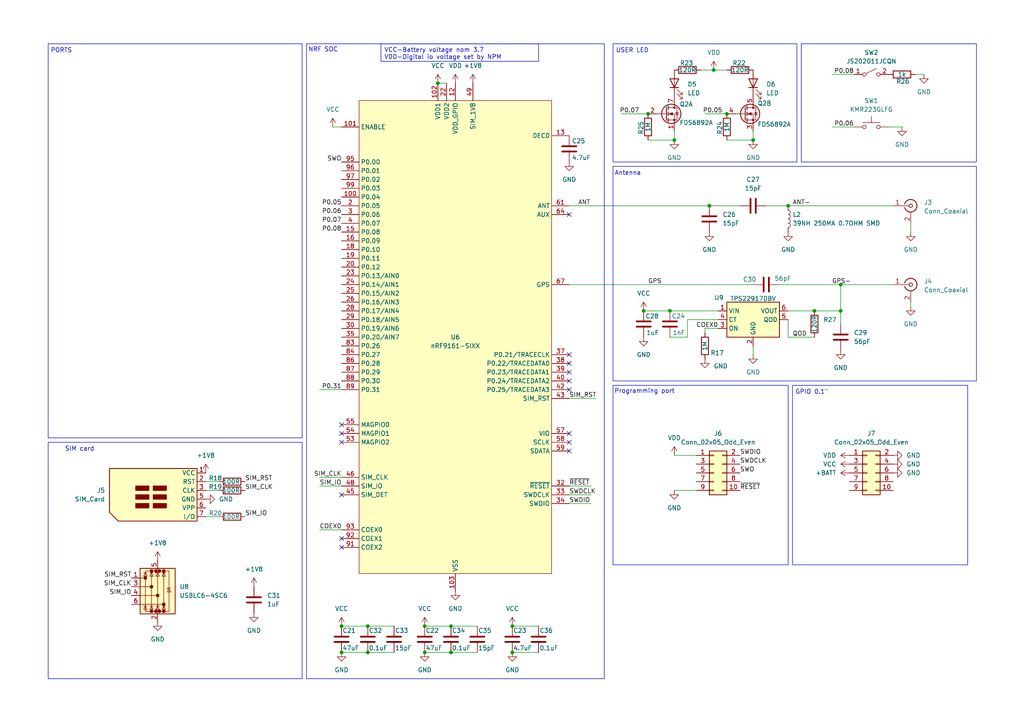
<source format=kicad_sch>
(kicad_sch (version 20231120) (generator "eeschema") (generator_version "8.0")
  (paper "A4")
  (lib_symbols
    (symbol "Connector:Conn_Coaxial" (pin_names (offset 1.016) hide)
      (property "Reference" "J" (at 0.254 3.048 0))
      (property "Value" "Conn_Coaxial" (at 2.921 0 90))
      (symbol "Conn_Coaxial_0_1"
        (arc (start -1.778 -0.508) (mid 0.2311 -1.8066) (end 1.778 0) (stroke (width 0.254)))
        (polyline (pts (xy -2.54 0) (xy -0.508 0)))
        (polyline (pts (xy 0 -2.54) (xy 0 -1.778)))
        (circle (center 0 0) (radius 0.508) (stroke (width 0.2032)))
        (arc (start 1.778 0) (mid 0.2099 1.8101) (end -1.778 0.508) (stroke (width 0.254)))
      )
      (symbol "Conn_Coaxial_1_1"
        (pin passive line (at -5.08 0 0) (length 2.54) (name "In") (number "1"))
        (pin passive line (at 0 -5.08 90) (length 2.54) (name "Ext") (number "2"))
      )
    )
    (symbol "Connector:SIM_Card"
      (property "Reference" "J" (at -2.54 12.7 0))
      (property "Value" "SIM_Card" (at -1.27 10.16 0))
      (symbol "SIM_Card_0_1"
        (rectangle (start -1.27 -2.54) (end 2.54 -1.27) (stroke (width 0.254)) (fill (type outline)))
        (rectangle (start -1.27 0) (end 2.54 1.27) (stroke (width 0.254)) (fill (type outline)))
        (rectangle (start -1.27 2.54) (end 2.54 3.81) (stroke (width 0.254)) (fill (type outline)))
        (polyline (pts (xy -10.16 8.89) (xy 15.24 8.89) (xy 15.24 -3.81) (xy 12.7 -6.35) (xy -10.16 -6.35) (xy -10.16 8.89)) (stroke (width 0.254)) (fill (type background)))
        (rectangle (start 3.81 -1.27) (end 7.62 -2.54) (stroke (width 0.254)) (fill (type outline)))
        (rectangle (start 3.81 0) (end 7.62 1.27) (stroke (width 0.254)) (fill (type outline)))
        (rectangle (start 3.81 2.54) (end 7.62 3.81) (stroke (width 0.254)) (fill (type outline)))
      )
      (symbol "SIM_Card_1_1"
        (pin power_in line (at -12.7 7.62 0) (length 2.54) (name "VCC") (number "1"))
        (pin input line (at -12.7 5.08 0) (length 2.54) (name "RST") (number "2"))
        (pin input line (at -12.7 2.54 0) (length 2.54) (name "CLK") (number "3"))
        (pin power_in line (at -12.7 0 0) (length 2.54) (name "GND") (number "5"))
        (pin input line (at -12.7 -2.54 0) (length 2.54) (name "VPP") (number "6"))
        (pin bidirectional line (at -12.7 -5.08 0) (length 2.54) (name "I/O") (number "7"))
      )
    )
    (symbol "Connector_Generic:Conn_02x05_Odd_Even" (pin_names (offset 1.016) hide)
      (property "Reference" "J" (at 1.27 7.62 0))
      (property "Value" "Conn_02x05_Odd_Even" (at 1.27 -7.62 0))
      (symbol "Conn_02x05_Odd_Even_1_1"
        (rectangle (start -1.27 -4.953) (end 0 -5.207) (stroke (width 0.1524)))
        (rectangle (start -1.27 -2.413) (end 0 -2.667) (stroke (width 0.1524)))
        (rectangle (start -1.27 0.127) (end 0 -0.127) (stroke (width 0.1524)))
        (rectangle (start -1.27 2.667) (end 0 2.413) (stroke (width 0.1524)))
        (rectangle (start -1.27 5.207) (end 0 4.953) (stroke (width 0.1524)))
        (rectangle (start -1.27 6.35) (end 3.81 -6.35) (stroke (width 0.254)) (fill (type background)))
        (rectangle (start 3.81 -4.953) (end 2.54 -5.207) (stroke (width 0.1524)))
        (rectangle (start 3.81 -2.413) (end 2.54 -2.667) (stroke (width 0.1524)))
        (rectangle (start 3.81 0.127) (end 2.54 -0.127) (stroke (width 0.1524)))
        (rectangle (start 3.81 2.667) (end 2.54 2.413) (stroke (width 0.1524)))
        (rectangle (start 3.81 5.207) (end 2.54 4.953) (stroke (width 0.1524)))
        (pin passive line (at -5.08 5.08 0) (length 3.81) (name "Pin_1") (number "1"))
        (pin passive line (at 7.62 -5.08 180) (length 3.81) (name "Pin_10") (number "10"))
        (pin passive line (at 7.62 5.08 180) (length 3.81) (name "Pin_2") (number "2"))
        (pin passive line (at -5.08 2.54 0) (length 3.81) (name "Pin_3") (number "3"))
        (pin passive line (at 7.62 2.54 180) (length 3.81) (name "Pin_4") (number "4"))
        (pin passive line (at -5.08 0 0) (length 3.81) (name "Pin_5") (number "5"))
        (pin passive line (at 7.62 0 180) (length 3.81) (name "Pin_6") (number "6"))
        (pin passive line (at -5.08 -2.54 0) (length 3.81) (name "Pin_7") (number "7"))
        (pin passive line (at 7.62 -2.54 180) (length 3.81) (name "Pin_8") (number "8"))
        (pin passive line (at -5.08 -5.08 0) (length 3.81) (name "Pin_9") (number "9"))
      )
    )
    (symbol "Device:C" (pin_numbers hide) (pin_names (offset 0.254))
      (property "Reference" "C" (at 0.635 2.54 0))
      (property "Value" "C" (at 0.635 -2.54 0))
      (symbol "C_0_1"
        (polyline (pts (xy -2.032 -0.762) (xy 2.032 -0.762)) (stroke (width 0.508)))
        (polyline (pts (xy -2.032 0.762) (xy 2.032 0.762)) (stroke (width 0.508)))
      )
      (symbol "C_1_1"
        (pin passive line (at 0 3.81 270) (length 2.794) (name "~") (number "1"))
        (pin passive line (at 0 -3.81 90) (length 2.794) (name "~") (number "2"))
      )
    )
    (symbol "Device:L" (pin_numbers hide) (pin_names (offset 1.016) hide)
      (property "Reference" "L" (at -1.27 0 90))
      (property "Value" "L" (at 1.905 0 90))
      (symbol "L_0_1"
        (arc (start 0 -2.54) (mid 0.6323 -1.905) (end 0 -1.27))
        (arc (start 0 -1.27) (mid 0.6323 -0.635) (end 0 0))
        (arc (start 0 0) (mid 0.6323 0.635) (end 0 1.27))
        (arc (start 0 1.27) (mid 0.6323 1.905) (end 0 2.54))
      )
      (symbol "L_1_1"
        (pin passive line (at 0 3.81 270) (length 1.27) (name "1") (number "1"))
        (pin passive line (at 0 -3.81 90) (length 1.27) (name "2") (number "2"))
      )
    )
    (symbol "Device:LED" (pin_numbers hide) (pin_names (offset 1.016) hide)
      (property "Reference" "D" (at 0 2.54 0))
      (property "Value" "LED" (at 0 -2.54 0))
      (symbol "LED_0_1"
        (polyline (pts (xy -1.27 -1.27) (xy -1.27 1.27)) (stroke (width 0.254)))
        (polyline (pts (xy -1.27 0) (xy 1.27 0)))
        (polyline (pts (xy 1.27 -1.27) (xy 1.27 1.27) (xy -1.27 0) (xy 1.27 -1.27)) (stroke (width 0.254)))
        (polyline (pts (xy -3.048 -0.762) (xy -4.572 -2.286) (xy -3.81 -2.286) (xy -4.572 -2.286) (xy -4.572 -1.524)))
        (polyline (pts (xy -1.778 -0.762) (xy -3.302 -2.286) (xy -2.54 -2.286) (xy -3.302 -2.286) (xy -3.302 -1.524)))
      )
      (symbol "LED_1_1"
        (pin passive line (at -3.81 0 0) (length 2.54) (name "K") (number "1"))
        (pin passive line (at 3.81 0 180) (length 2.54) (name "A") (number "2"))
      )
    )
    (symbol "Library:R" (pin_numbers hide) (pin_names (offset 0))
      (property "Reference" "R" (at 2.032 0 90))
      (property "Value" "R" (at 0 0 90))
      (symbol "R_0_1"
        (rectangle (start -1.016 -2.54) (end 1.016 2.54) (stroke (width 0.254)))
      )
      (symbol "R_1_1"
        (pin passive line (at 0 3.81 270) (length 1.27) (name "~") (number "1"))
        (pin passive line (at 0 -3.81 90) (length 1.27) (name "~") (number "2"))
      )
    )
    (symbol "PCM_nordic-lib-kicad-nrf9:nRF9161-SIXX"
      (property "Reference" "U" (at 0 0 0))
      (property "Value" "nRF9161-SIXX" (at 0 -2.54 0))
      (symbol "nRF9161-SIXX_0_0"
        (pin bidirectional line (at -33.02 40.64 0) (length 5.08) (name "P0.04") (number "100"))
        (pin unspecified line (at -33.02 60.96 0) (length 5.08) (name "ENABLE") (number "101"))
        (pin power_in line (at 0 -73.66 90) (length 5.08) (name "VSS") (number "103"))
        (pin power_in line (at 0 73.66 270) (length 5.08) (name "VDD_GPIO") (number "12"))
        (pin bidirectional line (at -33.02 30.48 0) (length 5.08) (name "P0.08") (number "15"))
        (pin bidirectional line (at -33.02 27.94 0) (length 5.08) (name "P0.09") (number "16"))
        (pin bidirectional line (at -33.02 25.4 0) (length 5.08) (name "P0.10") (number "18"))
        (pin bidirectional line (at -33.02 22.86 0) (length 5.08) (name "P0.11") (number "19"))
        (pin bidirectional line (at -33.02 38.1 0) (length 5.08) (name "P0.05") (number "2"))
        (pin bidirectional line (at -33.02 20.32 0) (length 5.08) (name "P0.12") (number "20"))
        (pin power_in line (at -2.54 73.66 270) (length 5.08) (name "VDD2") (number "22"))
        (pin bidirectional line (at -33.02 17.78 0) (length 5.08) (name "P0.13/AIN0") (number "23"))
        (pin bidirectional line (at -33.02 15.24 0) (length 5.08) (name "P0.14/AIN1") (number "24"))
        (pin bidirectional line (at -33.02 12.7 0) (length 5.08) (name "P0.15/AIN2") (number "25"))
        (pin bidirectional line (at -33.02 10.16 0) (length 5.08) (name "P0.16/AIN3") (number "26"))
        (pin bidirectional line (at -33.02 7.62 0) (length 5.08) (name "P0.17/AIN4") (number "28"))
        (pin bidirectional line (at -33.02 5.08 0) (length 5.08) (name "P0.18/AIN5") (number "29"))
        (pin bidirectional line (at -33.02 35.56 0) (length 5.08) (name "P0.06") (number "3"))
        (pin bidirectional line (at -33.02 2.54 0) (length 5.08) (name "P0.19/AIN6") (number "30"))
        (pin bidirectional line (at 33.02 -45.72 180) (length 5.08) (name "SWDCLK") (number "33"))
        (pin bidirectional line (at 33.02 -48.26 180) (length 5.08) (name "SWDIO") (number "34"))
        (pin bidirectional line (at -33.02 0 0) (length 5.08) (name "P0.20/AIN7") (number "35"))
        (pin bidirectional line (at 33.02 -5.08 180) (length 5.08) (name "P0.21/TRACECLK") (number "37"))
        (pin bidirectional line (at 33.02 -7.62 180) (length 5.08) (name "P0.22/TRACEDATA0") (number "38"))
        (pin bidirectional line (at 33.02 -10.16 180) (length 5.08) (name "P0.23/TRACEDATA1") (number "39"))
        (pin bidirectional line (at -33.02 33.02 0) (length 5.08) (name "P0.07") (number "4"))
        (pin bidirectional line (at 33.02 -12.7 180) (length 5.08) (name "P0.24/TRACEDATA2") (number "40"))
        (pin bidirectional line (at 33.02 -15.24 180) (length 5.08) (name "P0.25/TRACEDATA3") (number "42"))
        (pin bidirectional line (at 33.02 -17.78 180) (length 5.08) (name "SIM_RST") (number "43"))
        (pin bidirectional line (at -33.02 -45.72 0) (length 5.08) (name "SIM_DET") (number "45"))
        (pin bidirectional line (at -33.02 -40.64 0) (length 5.08) (name "SIM_CLK") (number "46"))
        (pin bidirectional line (at -33.02 -43.18 0) (length 5.08) (name "SIM_IO") (number "48"))
        (pin power_in line (at 5.08 73.66 270) (length 5.08) (name "SIM_1V8") (number "49"))
        (pin bidirectional line (at -33.02 -30.48 0) (length 5.08) (name "MAGPIO2") (number "53"))
        (pin bidirectional line (at -33.02 -27.94 0) (length 5.08) (name "MAGPIO1") (number "54"))
        (pin bidirectional line (at -33.02 -25.4 0) (length 5.08) (name "MAGPIO0") (number "55"))
        (pin bidirectional line (at 33.02 -27.94 180) (length 5.08) (name "VIO") (number "57"))
        (pin bidirectional line (at 33.02 -30.48 180) (length 5.08) (name "SCLK") (number "58"))
        (pin bidirectional line (at 33.02 -33.02 180) (length 5.08) (name "SDATA") (number "59"))
        (pin bidirectional line (at 33.02 38.1 180) (length 5.08) (name "ANT") (number "61"))
        (pin bidirectional line (at 33.02 35.56 180) (length 5.08) (name "AUX") (number "64"))
        (pin bidirectional line (at 33.02 15.24 180) (length 5.08) (name "GPS") (number "67"))
        (pin bidirectional line (at -33.02 -2.54 0) (length 5.08) (name "P0.26") (number "83"))
        (pin bidirectional line (at -33.02 -5.08 0) (length 5.08) (name "P0.27") (number "84"))
        (pin bidirectional line (at -33.02 -7.62 0) (length 5.08) (name "P0.28") (number "86"))
        (pin bidirectional line (at -33.02 -10.16 0) (length 5.08) (name "P0.29") (number "87"))
        (pin bidirectional line (at -33.02 -12.7 0) (length 5.08) (name "P0.30") (number "88"))
        (pin bidirectional line (at -33.02 -15.24 0) (length 5.08) (name "P0.31") (number "89"))
        (pin bidirectional line (at -33.02 -60.96 0) (length 5.08) (name "COEX2") (number "91"))
        (pin bidirectional line (at -33.02 -58.42 0) (length 5.08) (name "COEX1") (number "92"))
        (pin bidirectional line (at -33.02 -55.88 0) (length 5.08) (name "COEX0") (number "93"))
        (pin bidirectional line (at -33.02 50.8 0) (length 5.08) (name "P0.00") (number "95"))
        (pin bidirectional line (at -33.02 48.26 0) (length 5.08) (name "P0.01") (number "96"))
        (pin bidirectional line (at -33.02 45.72 0) (length 5.08) (name "P0.02") (number "97"))
        (pin bidirectional line (at -33.02 43.18 0) (length 5.08) (name "P0.03") (number "99"))
      )
      (symbol "nRF9161-SIXX_1_0"
        (pin passive line (at 0 -73.66 90) (length 5.08) hide (name "GND_Shield") (number "1"))
        (pin no_connect line (at 20.32 -71.12 90) (length 5.08) hide (name "Reserved") (number "10"))
        (pin power_in line (at -5.08 73.66 270) (length 5.08) (name "VDD1") (number "102"))
        (pin no_connect line (at 2.54 -71.12 90) (length 5.08) hide (name "Reserved") (number "104"))
        (pin no_connect line (at 30.48 -53.34 180) (length 5.08) hide (name "Reserved") (number "105"))
        (pin no_connect line (at -20.32 -71.12 90) (length 5.08) hide (name "Reserved") (number "106"))
        (pin no_connect line (at -15.24 -71.12 90) (length 5.08) hide (name "Reserved") (number "107"))
        (pin no_connect line (at -12.7 -71.12 90) (length 5.08) hide (name "Reserved") (number "108"))
        (pin no_connect line (at 22.86 -71.12 90) (length 5.08) hide (name "Reserved") (number "109"))
        (pin passive line (at 0 -73.66 90) (length 5.08) hide (name "GND_Shield") (number "11"))
        (pin no_connect line (at 15.24 -71.12 90) (length 5.08) hide (name "Reserved") (number "110"))
        (pin no_connect line (at 7.62 -71.12 90) (length 5.08) hide (name "Reserved") (number "111"))
        (pin no_connect line (at 30.48 -22.86 180) (length 5.08) hide (name "Reserved") (number "112"))
        (pin no_connect line (at 30.48 -50.8 180) (length 5.08) hide (name "Reserved") (number "113"))
        (pin no_connect line (at -22.86 -71.12 90) (length 5.08) hide (name "Reserved") (number "114"))
        (pin no_connect line (at -30.48 -50.8 0) (length 5.08) hide (name "Reserved") (number "115"))
        (pin no_connect line (at 30.48 -40.64 180) (length 5.08) hide (name "Reserved") (number "116"))
        (pin no_connect line (at -30.48 -48.26 0) (length 5.08) hide (name "Reserved") (number "117"))
        (pin no_connect line (at -17.78 -71.12 90) (length 5.08) hide (name "Reserved") (number "118"))
        (pin no_connect line (at -5.08 -71.12 90) (length 5.08) hide (name "Reserved") (number "119"))
        (pin no_connect line (at 25.4 -71.12 90) (length 5.08) hide (name "Reserved") (number "120"))
        (pin no_connect line (at 17.78 -71.12 90) (length 5.08) hide (name "Reserved") (number "121"))
        (pin no_connect line (at 5.08 -71.12 90) (length 5.08) hide (name "Reserved") (number "122"))
        (pin no_connect line (at 30.48 -35.56 180) (length 5.08) hide (name "Reserved") (number "123"))
        (pin no_connect line (at 30.48 -38.1 180) (length 5.08) hide (name "Reserved") (number "124"))
        (pin no_connect line (at -30.48 -53.34 0) (length 5.08) hide (name "Reserved") (number "125"))
        (pin no_connect line (at 30.48 -55.88 180) (length 5.08) hide (name "Reserved") (number "126"))
        (pin no_connect line (at -10.16 -71.12 90) (length 5.08) hide (name "Reserved") (number "127"))
        (pin passive line (at 33.02 58.42 180) (length 5.08) (name "DEC0") (number "13"))
        (pin passive line (at 0 -73.66 90) (length 5.08) hide (name "GND_Shield") (number "14"))
        (pin passive line (at 0 -73.66 90) (length 5.08) hide (name "GND_Shield") (number "17"))
        (pin passive line (at 0 -73.66 90) (length 5.08) hide (name "GND_Shield") (number "21"))
        (pin passive line (at 0 -73.66 90) (length 5.08) hide (name "GND_Shield") (number "27"))
        (pin passive line (at 0 -73.66 90) (length 5.08) hide (name "GND_Shield") (number "31"))
        (pin bidirectional line (at 33.02 -43.18 180) (length 5.08) (name "~{RESET}") (number "32"))
        (pin passive line (at 0 -73.66 90) (length 5.08) hide (name "GND_Shield") (number "36"))
        (pin passive line (at 0 -73.66 90) (length 5.08) hide (name "GND_Shield") (number "41"))
        (pin passive line (at 0 -73.66 90) (length 5.08) hide (name "GND_Shield") (number "44"))
        (pin passive line (at 0 -73.66 90) (length 5.08) hide (name "GND_Shield") (number "47"))
        (pin passive line (at 0 -73.66 90) (length 5.08) hide (name "GND_Shield") (number "5"))
        (pin passive line (at 0 -73.66 90) (length 5.08) hide (name "GND_Shield") (number "50"))
        (pin no_connect line (at 10.16 -71.12 90) (length 5.08) hide (name "Reserved") (number "51"))
        (pin passive line (at 0 -73.66 90) (length 5.08) hide (name "GND_Shield") (number "52"))
        (pin passive line (at 0 -73.66 90) (length 5.08) hide (name "GND_Shield") (number "56"))
        (pin passive line (at 0 -73.66 90) (length 5.08) hide (name "GND_Shield") (number "6"))
        (pin passive line (at 0 -73.66 90) (length 5.08) hide (name "GND_Shield") (number "60"))
        (pin passive line (at 0 -73.66 90) (length 5.08) hide (name "GND_Shield") (number "62"))
        (pin passive line (at 0 -73.66 90) (length 5.08) hide (name "GND_Shield") (number "63"))
        (pin passive line (at 0 -73.66 90) (length 5.08) hide (name "GND_Shield") (number "65"))
        (pin passive line (at 0 -73.66 90) (length 5.08) hide (name "GND_Shield") (number "66"))
        (pin passive line (at 0 -73.66 90) (length 5.08) hide (name "GND_Shield") (number "68"))
        (pin passive line (at 0 -73.66 90) (length 5.08) hide (name "GND_Shield") (number "69"))
        (pin passive line (at 0 -73.66 90) (length 5.08) hide (name "GND_Shield") (number "7"))
        (pin no_connect line (at -7.62 -71.12 90) (length 5.08) hide (name "Reserved") (number "70"))
        (pin no_connect line (at -2.54 -71.12 90) (length 5.08) hide (name "Reserved") (number "71"))
        (pin passive line (at 0 -73.66 90) (length 5.08) hide (name "GND_Shield") (number "72"))
        (pin no_connect line (at 12.7 -71.12 90) (length 5.08) hide (name "Reserved") (number "73"))
        (pin passive line (at 0 -73.66 90) (length 5.08) hide (name "GND_Shield") (number "74"))
        (pin passive line (at 0 -73.66 90) (length 5.08) hide (name "GND_Shield") (number "75"))
        (pin passive line (at 0 -73.66 90) (length 5.08) hide (name "GND_Shield") (number "76"))
        (pin passive line (at 0 -73.66 90) (length 5.08) hide (name "GND_Shield") (number "77"))
        (pin passive line (at 0 -73.66 90) (length 5.08) hide (name "GND_Shield") (number "78"))
        (pin passive line (at 0 -73.66 90) (length 5.08) hide (name "GND_Shield") (number "79"))
        (pin passive line (at 0 -73.66 90) (length 5.08) hide (name "GND_Shield") (number "8"))
        (pin passive line (at 0 -73.66 90) (length 5.08) hide (name "GND_Shield") (number "80"))
        (pin passive line (at 0 -73.66 90) (length 5.08) hide (name "GND_Shield") (number "81"))
        (pin passive line (at 0 -73.66 90) (length 5.08) hide (name "GND_Shield") (number "82"))
        (pin passive line (at 0 -73.66 90) (length 5.08) hide (name "GND_Shield") (number "85"))
        (pin passive line (at 0 -73.66 90) (length 5.08) hide (name "GND_Shield") (number "9"))
        (pin passive line (at 0 -73.66 90) (length 5.08) hide (name "GND_Shield") (number "90"))
        (pin passive line (at 0 -73.66 90) (length 5.08) hide (name "GND_Shield") (number "94"))
        (pin passive line (at 0 -73.66 90) (length 5.08) hide (name "GND_Shield") (number "98"))
      )
      (symbol "nRF9161-SIXX_1_1"
        (rectangle (start -27.94 68.58) (end 27.94 -68.58) (fill (type background)))
      )
    )
    (symbol "Power_Management:TPS22917DBV"
      (property "Reference" "U" (at -6.35 6.35 0))
      (property "Value" "TPS22917DBV" (at 2.54 6.35 0))
      (symbol "TPS22917DBV_0_1"
        (rectangle (start -7.62 5.08) (end 7.62 -5.08) (stroke (width 0.254)) (fill (type background)))
      )
      (symbol "TPS22917DBV_1_1"
        (pin power_in line (at -10.16 2.54 0) (length 2.54) (name "VIN") (number "1"))
        (pin power_in line (at 0 -7.62 90) (length 2.54) (name "GND") (number "2"))
        (pin input line (at -10.16 -2.54 0) (length 2.54) (name "ON") (number "3"))
        (pin output line (at -10.16 0 0) (length 2.54) (name "CT") (number "4"))
        (pin open_collector line (at 10.16 0 180) (length 2.54) (name "QOD") (number "5"))
        (pin power_out line (at 10.16 2.54 180) (length 2.54) (name "VOUT") (number "6"))
      )
    )
    (symbol "Power_Protection:USBLC6-4SC6" (pin_names hide)
      (property "Reference" "U" (at 1.27 9.525 0))
      (property "Value" "USBLC6-4SC6" (at 1.27 6.985 0))
      (symbol "USBLC6-4SC6_0_0"
        (circle (center -3.556 2.54) (radius 0.0001) (stroke (width 0.508)))
        (circle (center -1.778 -7.112) (radius 0.0001) (stroke (width 0.508)))
        (circle (center -1.778 0) (radius 0.0001) (stroke (width 0.508)))
        (circle (center -1.778 4.572) (radius 0.0001) (stroke (width 0.508)))
        (circle (center -0.508 -7.112) (radius 0.0001) (stroke (width 0.508)))
        (circle (center -0.508 4.572) (radius 0.0001) (stroke (width 0.508)))
        (circle (center 0 -2.54) (radius 0.0001) (stroke (width 0.508)))
        (circle (center 0.508 -7.112) (radius 0.0001) (stroke (width 0.508)))
        (circle (center 0.508 4.572) (radius 0.0001) (stroke (width 0.508)))
        (circle (center 1.778 -7.112) (radius 0.0001) (stroke (width 0.508)))
        (circle (center 1.778 -5.08) (radius 0.0001) (stroke (width 0.508)))
        (circle (center 1.778 4.572) (radius 0.0001) (stroke (width 0.508)))
      )
      (symbol "USBLC6-4SC6_0_1"
        (polyline (pts (xy -5.08 -5.08) (xy 1.778 -5.08)))
        (polyline (pts (xy -5.08 -2.54) (xy 0 -2.54)))
        (polyline (pts (xy -5.08 0) (xy -1.778 0)))
        (polyline (pts (xy -5.08 2.54) (xy -3.556 2.54)))
        (polyline (pts (xy -4.064 -5.588) (xy -3.048 -5.588)))
        (polyline (pts (xy -3.048 4.064) (xy -4.064 4.064)))
        (polyline (pts (xy -2.286 -5.588) (xy -1.27 -5.588)))
        (polyline (pts (xy -2.286 4.064) (xy -1.27 4.064)))
        (polyline (pts (xy -0.508 -5.588) (xy 0.508 -5.588)))
        (polyline (pts (xy 0 5.08) (xy 0.508 4.572)))
        (polyline (pts (xy 0.508 -7.112) (xy -0.508 -7.112)))
        (polyline (pts (xy 0.508 4.064) (xy -0.508 4.064)))
        (polyline (pts (xy 1.27 4.064) (xy 2.286 4.064)))
        (polyline (pts (xy 2.286 -5.588) (xy 1.27 -5.588)))
        (polyline (pts (xy 2.794 -0.762) (xy 2.794 -0.381) (xy 3.81 -0.381)))
        (polyline (pts (xy -4.064 3.048) (xy -3.048 3.048) (xy -3.556 4.064) (xy -4.064 3.048)))
        (polyline (pts (xy -3.048 -6.604) (xy -4.064 -6.604) (xy -3.556 -5.588) (xy -3.048 -6.604)))
        (polyline (pts (xy -1.27 -6.604) (xy -2.286 -6.604) (xy -1.778 -5.588) (xy -1.27 -6.604)))
        (polyline (pts (xy -1.27 3.048) (xy -2.286 3.048) (xy -1.778 4.064) (xy -1.27 3.048)))
        (polyline (pts (xy -0.508 -6.604) (xy 0.508 -6.604) (xy 0 -5.588) (xy -0.508 -6.604)))
        (polyline (pts (xy -0.508 3.048) (xy 0.508 3.048) (xy 0 4.064) (xy -0.508 3.048)))
        (polyline (pts (xy 1.27 -6.604) (xy 2.286 -6.604) (xy 1.778 -5.588) (xy 1.27 -6.604)))
        (polyline (pts (xy 1.778 4.572) (xy 3.302 4.572) (xy 3.302 -7.112) (xy 1.778 -7.112)))
        (polyline (pts (xy 2.286 3.048) (xy 1.27 3.048) (xy 1.778 4.064) (xy 2.286 3.048)))
        (polyline (pts (xy 3.81 -1.524) (xy 2.794 -1.524) (xy 3.302 -0.508) (xy 3.81 -1.524)))
      )
      (symbol "USBLC6-4SC6_1_1"
        (rectangle (start -5.08 5.334) (end 5.08 -7.874) (stroke (width 0.254)) (fill (type background)))
        (polyline (pts (xy -1.778 4.572) (xy -3.556 4.572) (xy -3.556 -7.112) (xy -1.778 -7.112)))
        (polyline (pts (xy -0.508 4.572) (xy 1.778 4.572) (xy 1.778 -7.112) (xy 0.508 -7.112)))
        (polyline (pts (xy 0.508 -7.112) (xy 0 -6.604) (xy 0 4.064) (xy -0.508 4.572)))
        (polyline (pts (xy 0 -7.62) (xy -0.508 -7.112) (xy -1.778 -7.112) (xy -1.778 4.572) (xy -0.508 4.572)))
        (pin passive line (at -7.62 2.54 0) (length 2.54) (name "I/O1") (number "1"))
        (pin passive line (at 0 -10.16 90) (length 2.54) (name "GND") (number "2"))
        (pin passive line (at -7.62 0 0) (length 2.54) (name "I/O2") (number "3"))
        (pin passive line (at -7.62 -2.54 0) (length 2.54) (name "I/O3") (number "4"))
        (pin passive line (at 0 7.62 270) (length 2.54) (name "VBUS") (number "5"))
        (pin passive line (at -7.62 -5.08 0) (length 2.54) (name "I/O4") (number "6"))
      )
    )
    (symbol "Switch:SW_Push" (pin_numbers hide) (pin_names (offset 1.016) hide)
      (property "Reference" "SW" (at 1.27 2.54 0))
      (property "Value" "SW_Push" (at 0 -1.524 0))
      (symbol "SW_Push_0_1"
        (circle (center -2.032 0) (radius 0.508))
        (polyline (pts (xy 0 1.27) (xy 0 3.048)))
        (polyline (pts (xy 2.54 1.27) (xy -2.54 1.27)))
        (circle (center 2.032 0) (radius 0.508))
        (pin passive line (at -5.08 0 0) (length 2.54) (name "1") (number "1"))
        (pin passive line (at 5.08 0 180) (length 2.54) (name "2") (number "2"))
      )
    )
    (symbol "Switch:SW_SPST" (pin_names (offset 0) hide)
      (property "Reference" "SW" (at 0 3.175 0))
      (property "Value" "SW_SPST" (at 0 -2.54 0))
      (symbol "SW_SPST_0_0"
        (circle (center -2.032 0) (radius 0.508))
        (polyline (pts (xy -1.524 0.254) (xy 1.524 1.778)))
        (circle (center 2.032 0) (radius 0.508))
      )
      (symbol "SW_SPST_1_1"
        (pin passive line (at -5.08 0 0) (length 2.54) (name "A") (number "1"))
        (pin passive line (at 5.08 0 180) (length 2.54) (name "B") (number "2"))
      )
    )
    (symbol "Transistor_FET:DMG9926USD" (pin_names hide)
      (property "Reference" "Q" (at 5.08 1.905 0))
      (property "Value" "FDS6892A" (at 5.08 0 0))
      (symbol "DMG9926USD_0_1"
        (polyline (pts (xy 0.254 0) (xy -2.54 0)))
        (polyline (pts (xy 0.254 1.905) (xy 0.254 -1.905)) (stroke (width 0.254)))
        (polyline (pts (xy 0.762 -1.27) (xy 0.762 -2.286)) (stroke (width 0.254)))
        (polyline (pts (xy 0.762 0.508) (xy 0.762 -0.508)) (stroke (width 0.254)))
        (polyline (pts (xy 0.762 2.286) (xy 0.762 1.27)) (stroke (width 0.254)))
        (polyline (pts (xy 2.54 2.54) (xy 2.54 1.778)))
        (polyline (pts (xy 2.54 -2.54) (xy 2.54 0) (xy 0.762 0)))
        (polyline (pts (xy 0.762 -1.778) (xy 3.302 -1.778) (xy 3.302 1.778) (xy 0.762 1.778)))
        (polyline (pts (xy 1.016 0) (xy 2.032 0.381) (xy 2.032 -0.381) (xy 1.016 0)) (fill (type outline)))
        (polyline (pts (xy 2.794 0.508) (xy 2.921 0.381) (xy 3.683 0.381) (xy 3.81 0.254)))
        (polyline (pts (xy 3.302 0.381) (xy 2.921 -0.254) (xy 3.683 -0.254) (xy 3.302 0.381)))
        (circle (center 1.651 0) (radius 2.794) (stroke (width 0.254)))
        (circle (center 2.54 -1.778) (radius 0.254) (fill (type outline)))
        (circle (center 2.54 1.778) (radius 0.254) (fill (type outline)))
      )
      (symbol "DMG9926USD_1_1"
        (pin passive line (at 2.54 -5.08 90) (length 2.54) (name "S1") (number "1"))
        (pin passive line (at -5.08 0 0) (length 2.54) (name "G1") (number "2"))
        (pin passive line (at 2.54 5.08 270) (length 2.54) (name "D1") (number "7"))
        (pin passive line (at 2.54 5.08 270) (length 2.54) hide (name "D1") (number "8"))
      )
      (symbol "DMG9926USD_2_1"
        (pin passive line (at 2.54 -5.08 90) (length 2.54) (name "S2") (number "3"))
        (pin passive line (at -5.08 0 0) (length 2.54) (name "G2") (number "4"))
        (pin passive line (at 2.54 5.08 270) (length 2.54) (name "D2") (number "5"))
        (pin passive line (at 2.54 5.08 270) (length 2.54) hide (name "D2") (number "6"))
      )
    )
    (symbol "power:+1V8" (power) (pin_numbers hide) (pin_names (offset 0) hide)
      (property "Value" "+1V8" (at 0 3.556 0))
      (symbol "+1V8_0_1"
        (polyline (pts (xy -0.762 1.27) (xy 0 2.54)))
        (polyline (pts (xy 0 0) (xy 0 2.54)))
        (polyline (pts (xy 0 2.54) (xy 0.762 1.27)))
      )
      (symbol "+1V8_1_1"
        (pin power_in line (at 0 0 90) (length 0) (name "~") (number "1"))
      )
    )
    (symbol "power:+BATT" (power) (pin_numbers hide) (pin_names (offset 0) hide)
      (property "Value" "+BATT" (at 0 3.556 0))
      (symbol "+BATT_0_1"
        (polyline (pts (xy -0.762 1.27) (xy 0 2.54)))
        (polyline (pts (xy 0 0) (xy 0 2.54)))
        (polyline (pts (xy 0 2.54) (xy 0.762 1.27)))
      )
      (symbol "+BATT_1_1"
        (pin power_in line (at 0 0 90) (length 0) (name "~") (number "1"))
      )
    )
    (symbol "power:GND" (power) (pin_numbers hide) (pin_names (offset 0) hide)
      (property "Value" "GND" (at 0 -3.81 0))
      (symbol "GND_0_1"
        (polyline (pts (xy 0 0) (xy 0 -1.27) (xy 1.27 -1.27) (xy 0 -2.54) (xy -1.27 -1.27) (xy 0 -1.27)))
      )
      (symbol "GND_1_1"
        (pin power_in line (at 0 0 270) (length 0) (name "~") (number "1"))
      )
    )
    (symbol "power:VCC" (power) (pin_numbers hide) (pin_names (offset 0) hide)
      (property "Value" "VCC" (at 0 3.556 0))
      (symbol "VCC_0_1"
        (polyline (pts (xy -0.762 1.27) (xy 0 2.54)))
        (polyline (pts (xy 0 0) (xy 0 2.54)))
        (polyline (pts (xy 0 2.54) (xy 0.762 1.27)))
      )
      (symbol "VCC_1_1"
        (pin power_in line (at 0 0 90) (length 0) (name "~") (number "1"))
      )
    )
    (symbol "power:VDD" (power) (pin_numbers hide) (pin_names (offset 0) hide)
      (property "Value" "VDD" (at 0 3.556 0))
      (symbol "VDD_0_1"
        (polyline (pts (xy -0.762 1.27) (xy 0 2.54)))
        (polyline (pts (xy 0 0) (xy 0 2.54)))
        (polyline (pts (xy 0 2.54) (xy 0.762 1.27)))
      )
      (symbol "VDD_1_1"
        (pin power_in line (at 0 0 90) (length 0) (name "~") (number "1"))
      )
    )
  )
  (junction (at 123.19 189.23))
  (junction (at 99.06 181.61))
  (junction (at 99.06 189.23))
  (junction (at 243.84 82.55))
  (junction (at 130.81 189.23))
  (junction (at 186.69 90.17))
  (junction (at 106.68 189.23))
  (junction (at 148.59 181.61))
  (junction (at 236.22 90.17))
  (junction (at 228.6 59.69))
  (junction (at 218.44 40.64))
  (junction (at 123.19 181.61))
  (junction (at 195.58 40.64))
  (junction (at 210.82 33.02))
  (junction (at 148.59 189.23))
  (junction (at 130.81 181.61))
  (junction (at 187.96 33.02))
  (junction (at 106.68 181.61))
  (junction (at 243.84 90.17))
  (junction (at 207.01 20.32))
  (junction (at 205.74 59.69))
  (junction (at 194.31 90.17))
  (junction (at 127 24.13))
  (no_connect (at 165.1 125.73))
  (no_connect (at 99.06 158.75))
  (no_connect (at 165.1 102.87))
  (no_connect (at 99.06 125.73))
  (no_connect (at 165.1 128.27))
  (no_connect (at 165.1 110.49))
  (no_connect (at 99.06 123.19))
  (no_connect (at 99.06 156.21))
  (no_connect (at 99.06 128.27))
  (no_connect (at 165.1 62.23))
  (no_connect (at 165.1 130.81))
  (no_connect (at 165.1 113.03))
  (no_connect (at 99.06 143.51))
  (no_connect (at 165.1 107.95))
  (no_connect (at 165.1 105.41))
  (wire (pts (xy 106.68 181.61) (xy 114.3 181.61)))
  (wire (pts (xy 187.96 40.64) (xy 195.58 40.64)))
  (wire (pts (xy 130.81 189.23) (xy 138.43 189.23)))
  (wire (pts (xy 148.59 189.23) (xy 156.21 189.23)))
  (wire (pts (xy 218.44 100.33) (xy 218.44 102.87)))
  (wire (pts (xy 180.34 33.02) (xy 187.96 33.02)))
  (wire (pts (xy 195.58 132.08) (xy 201.93 132.08)))
  (wire (pts (xy 267.97 21.59) (xy 265.43 21.59)))
  (wire (pts (xy 63.5 139.7) (xy 59.69 139.7)))
  (wire (pts (xy 264.16 64.77) (xy 264.16 67.31)))
  (wire (pts (xy 236.22 90.17) (xy 243.84 90.17)))
  (wire (pts (xy 264.16 87.63) (xy 264.16 88.9)))
  (wire (pts (xy 165.1 115.57) (xy 172.72 115.57)))
  (wire (pts (xy 165.1 146.05) (xy 171.45 146.05)))
  (wire (pts (xy 92.71 138.43) (xy 99.06 138.43)))
  (wire (pts (xy 130.81 181.61) (xy 138.43 181.61)))
  (wire (pts (xy 92.71 153.67) (xy 99.06 153.67)))
  (wire (pts (xy 261.62 36.83) (xy 257.81 36.83)))
  (wire (pts (xy 228.6 59.69) (xy 259.08 59.69)))
  (wire (pts (xy 148.59 181.61) (xy 156.21 181.61)))
  (wire (pts (xy 228.6 90.17) (xy 236.22 90.17)))
  (wire (pts (xy 63.5 142.24) (xy 59.69 142.24)))
  (wire (pts (xy 123.19 181.61) (xy 130.81 181.61)))
  (wire (pts (xy 226.06 82.55) (xy 243.84 82.55)))
  (wire (pts (xy 106.68 189.23) (xy 114.3 189.23)))
  (wire (pts (xy 210.82 40.64) (xy 218.44 40.64)))
  (wire (pts (xy 228.6 97.79) (xy 228.6 92.71)))
  (wire (pts (xy 222.25 59.69) (xy 228.6 59.69)))
  (wire (pts (xy 199.39 97.79) (xy 199.39 92.71)))
  (wire (pts (xy 218.44 40.64) (xy 218.44 38.1)))
  (wire (pts (xy 241.3 21.59) (xy 247.65 21.59)))
  (wire (pts (xy 195.58 40.64) (xy 195.58 38.1)))
  (wire (pts (xy 92.71 113.03) (xy 99.06 113.03)))
  (wire (pts (xy 241.3 36.83) (xy 247.65 36.83)))
  (wire (pts (xy 204.47 33.02) (xy 210.82 33.02)))
  (wire (pts (xy 259.08 82.55) (xy 243.84 82.55)))
  (wire (pts (xy 165.1 82.55) (xy 218.44 82.55)))
  (wire (pts (xy 205.74 59.69) (xy 214.63 59.69)))
  (wire (pts (xy 228.6 97.79) (xy 236.22 97.79)))
  (wire (pts (xy 186.69 90.17) (xy 194.31 90.17)))
  (wire (pts (xy 208.28 95.25) (xy 204.47 95.25)))
  (wire (pts (xy 99.06 181.61) (xy 106.68 181.61)))
  (wire (pts (xy 199.39 92.71) (xy 208.28 92.71)))
  (wire (pts (xy 243.84 82.55) (xy 243.84 90.17)))
  (wire (pts (xy 165.1 140.97) (xy 171.45 140.97)))
  (wire (pts (xy 195.58 142.24) (xy 201.93 142.24)))
  (wire (pts (xy 194.31 90.17) (xy 208.28 90.17)))
  (wire (pts (xy 165.1 59.69) (xy 205.74 59.69)))
  (wire (pts (xy 243.84 90.17) (xy 243.84 93.98)))
  (wire (pts (xy 96.52 36.83) (xy 99.06 36.83)))
  (wire (pts (xy 123.19 189.23) (xy 130.81 189.23)))
  (wire (pts (xy 204.47 95.25) (xy 204.47 96.52)))
  (wire (pts (xy 165.1 143.51) (xy 171.45 143.51)))
  (wire (pts (xy 92.71 140.97) (xy 99.06 140.97)))
  (wire (pts (xy 207.01 20.32) (xy 210.82 20.32)))
  (wire (pts (xy 203.2 20.32) (xy 207.01 20.32)))
  (wire (pts (xy 194.31 97.79) (xy 199.39 97.79)))
  (wire (pts (xy 127 24.13) (xy 129.54 24.13)))
  (wire (pts (xy 63.5 149.86) (xy 59.69 149.86)))
  (wire (pts (xy 99.06 189.23) (xy 106.68 189.23)))
  (rectangle (start 13.97 128.27) (end 87.63 196.85))
  (rectangle (start 88.9 12.7) (end 175.26 196.85))
  (rectangle (start 177.8 111.76) (end 228.6 163.83))
  (rectangle (start 229.87 111.76) (end 280.67 163.83))
  (rectangle (start 232.41 12.7) (end 283.21 46.99))
  (rectangle (start 177.8 48.26) (end 283.21 110.49))
  (rectangle (start 13.97 12.7) (end 87.63 127))
  (rectangle (start 177.8 12.7) (end 231.14 46.99))
  (text_box "VCC-Battery voltage nom 3.7\nVDD-Digital io voltage set by NPM" (at 110.49 12.7 0) (size 45.72 5.08) (effects (font (size 1.27 1.27)) (justify left top)))
  (text "Programming port\n" (at 186.944 113.538 0) (effects (font (size 1.27 1.27))))
  (text "NRF SOC" (at 93.726 14.478 0) (effects (font (size 1.27 1.27))))
  (text "USER LED" (at 183.388 14.732 0) (effects (font (size 1.27 1.27))))
  (text "PORTS" (at 17.78 14.732 0) (effects (font (size 1.27 1.27))))
  (text "SIM card" (at 23.114 130.302 0) (effects (font (size 1.27 1.27))))
  (text "Antenna" (at 182.118 50.292 0) (effects (font (size 1.27 1.27))))
  (text "GPIO 0.1\"" (at 235.458 113.792 0) (effects (font (size 1.27 1.27))))
  (label "GPS-" (at 241.3 82.55 0))
  (label "SIM_CLK" (at 38.1 170.18 180))
  (label "ANT" (at 167.64 59.69 0))
  (label "P0.08" (at 99.06 67.31 180))
  (label "~{RESET}" (at 165.1 140.97 0))
  (label "ANT-" (at 229.87 59.69 0))
  (label "SWO" (at 214.63 137.16 0))
  (label "SIM_RST" (at 165.1 115.57 0))
  (label "SIM_IO" (at 99.06 140.97 180))
  (label "P0.08" (at 247.65 21.59 180))
  (label "GPS" (at 187.96 82.55 0))
  (label "SWDCLK" (at 214.63 134.62 0))
  (label "~{RESET}" (at 214.63 142.24 0))
  (label "P0.31" (at 99.06 113.03 180))
  (label "SIM_IO" (at 38.1 172.72 180))
  (label "SWDIO" (at 214.63 132.08 0))
  (label "P0.07" (at 99.06 64.77 180))
  (label "SWO" (at 99.06 46.99 180))
  (label "QOD" (at 229.87 97.79 0))
  (label "P0.06" (at 99.06 62.23 180))
  (label "P0.07" (at 185.42 33.02 180))
  (label "SIM_RST" (at 38.1 167.64 180))
  (label "SWDCLK" (at 165.1 143.51 0))
  (label "SWDIO" (at 165.1 146.05 0))
  (label "COEX0" (at 208.28 95.25 180))
  (label "P0.06" (at 247.65 36.83 180))
  (label "SIM_CLK" (at 99.06 138.43 180))
  (label "SIM_RST" (at 71.12 139.7 0))
  (label "SIM_CLK" (at 71.12 142.24 0))
  (label "SIM_IO" (at 71.12 149.86 0))
  (label "COEX0" (at 99.06 153.67 180))
  (label "P0.05" (at 99.06 59.69 180))
  (label "P0.05" (at 209.55 33.02 180))
  (symbol (lib_id "power:GND") (at 259.08 134.62 90) (unit 1)
    (property "Reference" "#PWR091" (effects (hide yes)))
    (property "Value" "GND" (at 262.89 134.6199 90) (effects (justify right)))
    (property "Description" "Power symbol creates a global label with name \"GND\" , ground" (effects (hide yes)))
  )
  (symbol (lib_id "Device:C") (at 99.06 185.42 0) (unit 1)
    (property "Reference" "C21" (at 99.314 182.88 0) (effects (justify left)))
    (property "Value" "47uF" (at 99.314 187.96 0) (effects (justify left)))
    (property "Description" "Unpolarized capacitor" (effects (hide yes)))
  )
  (symbol (lib_id "Device:C") (at 165.1 43.18 0) (unit 1)
    (property "Reference" "C25" (at 165.862 40.894 0) (effects (justify left)))
    (property "Value" "4.7uF" (at 165.862 45.72 0) (effects (justify left)))
    (property "Description" "Unpolarized capacitor" (effects (hide yes)))
  )
  (symbol (lib_id "Transistor_FET:DMG9926USD") (at 215.9 33.02 0) (unit 2)
    (property "Reference" "Q2" (at 219.71 29.972 0) (effects (justify left)))
    (property "Value" "FDS6892A" (at 219.71 36.068 0) (effects (justify left)))
    (property "Footprint" "Package_SO:SOIC-8_3.9x4.9mm_P1.27mm" (effects (hide yes)))
    (property "Datasheet" "https://www.onsemi.com/pub/Collateral/FDS6892A-D.pdf" (effects (hide yes)))
    (property "Description" "4.8A Id, 20V Vds, Dual N-Channel MOSFET , 37mOhm Ron, SO-8" (effects (hide yes)))
  )
  (symbol (lib_id "Device:C") (at 114.3 185.42 0) (unit 1)
    (property "Reference" "C33" (at 114.554 182.88 0) (effects (justify left)))
    (property "Value" "15pF" (at 114.554 187.96 0) (effects (justify left)))
    (property "Description" "Unpolarized capacitor" (effects (hide yes)))
  )
  (symbol (lib_id "Power_Management:TPS22917DBV") (at 218.44 92.71 0) (unit 1)
    (property "Reference" "U9" (at 208.534 86.36 0))
    (property "Value" "TPS22917DBV" (at 218.44 86.614 0))
    (property "Footprint" "Package_TO_SOT_SMD:SOT-23-6" (effects (hide yes)))
    (property "Datasheet" "http://www.ti.com/lit/ds/symlink/tps22917.pdf" (effects (hide yes)))
    (property "Description" "1V to 5.5V, 2A, 80mΩ Ultra-Low Leakage Load Switch, SOT23-6" (effects (hide yes)))
  )
  (symbol (lib_id "power:+1V8") (at 137.16 24.13 0) (unit 1)
    (property "Reference" "#PWR054" (effects (hide yes)))
    (property "Value" "+1V8" (at 137.16 19.05 0))
    (property "Description" "Power symbol creates a global label with name \"+1V8\"" (effects (hide yes)))
  )
  (symbol (lib_id "Library:R") (at 67.31 149.86 90) (unit 1)
    (property "Reference" "R20" (at 62.484 148.844 90))
    (property "Value" "100R" (at 67.056 149.86 90))
    (property "Description" "Resistor" (effects (hide yes)))
  )
  (symbol (lib_id "power:GND") (at 123.19 189.23 0) (unit 1)
    (property "Reference" "#PWR060" (effects (hide yes)))
    (property "Value" "GND" (at 123.19 194.31 0))
    (property "Description" "Power symbol creates a global label with name \"GND\" , ground" (effects (hide yes)))
  )
  (symbol (lib_id "Library:R") (at 187.96 36.83 180) (unit 1)
    (property "Reference" "R25" (at 185.928 37.084 90))
    (property "Value" "1M" (at 187.96 36.83 90))
    (property "Description" "Resistor" (effects (hide yes)))
  )
  (symbol (lib_id "Device:C") (at 222.25 82.55 90) (unit 1)
    (property "Reference" "C30" (at 217.424 81.026 90))
    (property "Value" "56pF" (at 227.076 80.772 90))
    (property "Description" "Unpolarized capacitor" (effects (hide yes)))
  )
  (symbol (lib_id "Switch:SW_SPST") (at 252.73 21.59 0) (unit 1)
    (property "Reference" "SW2" (at 252.73 15.24 0))
    (property "Value" "JS202011JCQN" (at 252.73 17.78 0))
    (property "Footprint" "Button_Switch_SMD:SW_DIP_SPSTx01_Slide_6.7x4.1mm_W6.73mm_P2.54mm_LowProfile_JPin" (effects (hide yes)))
    (property "Description" "Single Pole Single Throw (SPST) switch" (effects (hide yes)))
  )
  (symbol (lib_id "Library:R") (at 261.62 21.59 270) (unit 1)
    (property "Reference" "R26" (at 261.874 23.622 90))
    (property "Value" "1k" (at 261.62 21.59 90))
    (property "Description" "Resistor" (effects (hide yes)))
  )
  (symbol (lib_id "Connector_Generic:Conn_02x05_Odd_Even") (at 207.01 137.16 0) (unit 1)
    (property "Reference" "J6" (at 208.28 125.73 0))
    (property "Value" "Conn_02x05_Odd_Even" (at 208.28 128.27 0))
    (property "Footprint" "Connector_PinHeader_1.27mm:PinHeader_2x05_P1.27mm_Vertical_SMD" (effects (hide yes)))
    (property "Description" "Generic connector, double row, 02x05, odd/even pin numbering scheme (row 1 odd numbers, row 2 even numbers), script generated (kicad-library-utils/schlib/autogen/connector/)" (effects (hide yes)))
  )
  (symbol (lib_id "power:GND") (at 259.08 132.08 90) (unit 1)
    (property "Reference" "#PWR090" (effects (hide yes)))
    (property "Value" "GND" (at 262.89 132.0799 90) (effects (justify right)))
    (property "Description" "Power symbol creates a global label with name \"GND\" , ground" (effects (hide yes)))
  )
  (symbol (lib_id "power:GND") (at 264.16 88.9 0) (unit 1)
    (property "Reference" "#PWR068" (effects (hide yes)))
    (property "Value" "GND" (at 264.16 93.98 0))
    (property "Description" "Power symbol creates a global label with name \"GND\" , ground" (effects (hide yes)))
  )
  (symbol (lib_id "Device:LED") (at 195.58 24.13 90) (unit 1)
    (property "Reference" "D5" (at 199.39 24.4474 90) (effects (justify right)))
    (property "Value" "LED" (at 199.39 26.9874 90) (effects (justify right)))
    (property "Description" "Light emitting diode" (effects (hide yes)))
  )
  (symbol (lib_id "power:GND") (at 259.08 137.16 90) (unit 1)
    (property "Reference" "#PWR093" (effects (hide yes)))
    (property "Value" "GND" (at 262.89 137.1599 90) (effects (justify right)))
    (property "Description" "Power symbol creates a global label with name \"GND\" , ground" (effects (hide yes)))
  )
  (symbol (lib_id "Power_Protection:USBLC6-4SC6") (at 45.72 170.18 0) (unit 1)
    (property "Reference" "U8" (at 52.07 170.1799 0) (effects (justify left)))
    (property "Value" "USBLC6-4SC6" (at 52.07 172.7199 0) (effects (justify left)))
    (property "Footprint" "Package_TO_SOT_SMD:SOT-23-6" (effects (hide yes)))
    (property "Datasheet" "https://www.st.com/resource/en/datasheet/usblc6-4.pdf" (effects (hide yes)))
    (property "Description" "Very low capacitance ESD protection diode, 4 data-line, SOT-23-6" (effects (hide yes)))
  )
  (symbol (lib_id "Transistor_FET:DMG9926USD") (at 193.04 33.02 0) (unit 1)
    (property "Reference" "Q2" (at 197.104 30.226 0) (effects (justify left)))
    (property "Value" "FDS6892A" (at 197.104 35.56 0) (effects (justify left)))
    (property "Footprint" "Package_SO:SOIC-8_3.9x4.9mm_P1.27mm" (effects (hide yes)))
    (property "Datasheet" "https://www.onsemi.com/pub/Collateral/FDS6892A-D.pdf" (effects (hide yes)))
    (property "Description" "4.8A Id, 20V Vds, Dual N-Channel MOSFET , 37mOhm Ron, SO-8" (effects (hide yes)))
  )
  (symbol (lib_id "power:GND") (at 99.06 189.23 0) (unit 1)
    (property "Reference" "#PWR058" (effects (hide yes)))
    (property "Value" "GND" (at 99.06 194.31 0))
    (property "Description" "Power symbol creates a global label with name \"GND\" , ground" (effects (hide yes)))
  )
  (symbol (lib_id "Connector:Conn_Coaxial") (at 264.16 82.55 0) (unit 1)
    (property "Reference" "J4" (at 267.97 81.5731 0) (effects (justify left)))
    (property "Value" "Conn_Coaxial" (at 267.97 84.1131 0) (effects (justify left)))
    (property "Footprint" "Connector_Coaxial:U.FL_Hirose_U.FL-R-SMT-1_Vertical" (effects (hide yes)))
    (property "Description" "coaxial connector (BNC, SMA, SMB, SMC, Cinch/RCA, LEMO, ...)" (effects (hide yes)))
  )
  (symbol (lib_id "power:GND") (at 218.44 40.64 0) (unit 1)
    (property "Reference" "#PWR065" (effects (hide yes)))
    (property "Value" "GND" (at 218.44 45.72 0))
    (property "Description" "Power symbol creates a global label with name \"GND\" , ground" (effects (hide yes)))
  )
  (symbol (lib_id "Library:R") (at 199.39 20.32 90) (unit 1)
    (property "Reference" "R23" (at 199.136 18.288 90))
    (property "Value" "120R" (at 199.39 20.32 90))
    (property "Description" "Resistor" (effects (hide yes)))
  )
  (symbol (lib_id "Device:C") (at 148.59 185.42 0) (unit 1)
    (property "Reference" "C23" (at 148.844 182.88 0) (effects (justify left)))
    (property "Value" "4.7uF" (at 148.844 187.96 0) (effects (justify left)))
    (property "Description" "Unpolarized capacitor" (effects (hide yes)))
  )
  (symbol (lib_id "Device:C") (at 186.69 93.98 0) (unit 1)
    (property "Reference" "C28" (at 187.198 91.694 0) (effects (justify left)))
    (property "Value" "1uF" (at 187.452 96.52 0) (effects (justify left)))
    (property "Description" "Unpolarized capacitor" (effects (hide yes)))
  )
  (symbol (lib_id "Device:LED") (at 218.44 24.13 90) (unit 1)
    (property "Reference" "D6" (at 222.25 24.4474 90) (effects (justify right)))
    (property "Value" "LED" (at 222.25 26.9874 90) (effects (justify right)))
    (property "Description" "Light emitting diode" (effects (hide yes)))
  )
  (symbol (lib_id "power:VCC") (at 96.52 36.83 0) (unit 1)
    (property "Reference" "#PWR076" (effects (hide yes)))
    (property "Value" "VCC" (at 96.52 31.75 0))
    (property "Description" "Power symbol creates a global label with name \"VCC\"" (effects (hide yes)))
  )
  (symbol (lib_id "power:GND") (at 204.47 104.14 0) (unit 1)
    (property "Reference" "#PWR073" (effects (hide yes)))
    (property "Value" "GND" (at 209.042 106.172 0))
    (property "Description" "Power symbol creates a global label with name \"GND\" , ground" (effects (hide yes)))
  )
  (symbol (lib_id "PCM_nordic-lib-kicad-nrf9:nRF9161-SIXX") (at 132.08 97.79 0) (unit 1)
    (property "Reference" "U6" (at 132.08 97.79 0))
    (property "Value" "nRF9161-SIXX" (at 132.08 100.33 0))
    (property "Footprint" "PCM_nordic-lib-kicad-nrf9:LGA_9161_16.0x10.5mm" (effects (hide yes)))
    (property "Datasheet" "https://infocenter.nordicsemi.com/topic/ps_nrf9161/nRF9161_html5_keyfeatures.html" (effects (hide yes)))
  )
  (symbol (lib_id "Device:C") (at 194.31 93.98 0) (unit 1)
    (property "Reference" "C24" (at 194.818 91.694 0) (effects (justify left)))
    (property "Value" "1nF" (at 195.072 96.52 0) (effects (justify left)))
    (property "Description" "Unpolarized capacitor" (effects (hide yes)))
  )
  (symbol (lib_id "power:GND") (at 73.66 177.8 0) (unit 1)
    (property "Reference" "#PWR082" (effects (hide yes)))
    (property "Value" "GND" (at 73.66 182.88 0))
    (property "Description" "Power symbol creates a global label with name \"GND\" , ground" (effects (hide yes)))
  )
  (symbol (lib_id "power:GND") (at 59.69 144.78 90) (unit 1)
    (property "Reference" "#PWR078" (effects (hide yes)))
    (property "Value" "GND" (at 63.5 144.7799 90) (effects (justify right)))
    (property "Description" "Power symbol creates a global label with name \"GND\" , ground" (effects (hide yes)))
  )
  (symbol (lib_id "power:GND") (at 264.16 67.31 0) (unit 1)
    (property "Reference" "#PWR067" (effects (hide yes)))
    (property "Value" "GND" (at 264.16 72.39 0))
    (property "Description" "Power symbol creates a global label with name \"GND\" , ground" (effects (hide yes)))
  )
  (symbol (lib_id "Connector:Conn_Coaxial") (at 264.16 59.69 0) (unit 1)
    (property "Reference" "J3" (at 267.97 58.7131 0) (effects (justify left)))
    (property "Value" "Conn_Coaxial" (at 267.97 61.2531 0) (effects (justify left)))
    (property "Footprint" "Connector_Coaxial:U.FL_Hirose_U.FL-R-SMT-1_Vertical" (effects (hide yes)))
    (property "Description" "coaxial connector (BNC, SMA, SMB, SMC, Cinch/RCA, LEMO, ...)" (effects (hide yes)))
  )
  (symbol (lib_id "power:+1V8") (at 73.66 170.18 0) (unit 1)
    (property "Reference" "#PWR081" (effects (hide yes)))
    (property "Value" "+1V8" (at 73.66 165.1 0))
    (property "Description" "Power symbol creates a global label with name \"+1V8\"" (effects (hide yes)))
  )
  (symbol (lib_id "Device:C") (at 243.84 97.79 0) (unit 1)
    (property "Reference" "C29" (at 247.65 96.5199 0) (effects (justify left)))
    (property "Value" "56pF" (at 247.65 99.0599 0) (effects (justify left)))
    (property "Description" "Unpolarized capacitor" (effects (hide yes)))
  )
  (symbol (lib_id "Library:R") (at 210.82 36.83 180) (unit 1)
    (property "Reference" "R24" (at 208.788 37.084 90))
    (property "Value" "1M" (at 210.82 36.83 90))
    (property "Description" "Resistor" (effects (hide yes)))
  )
  (symbol (lib_id "power:VCC") (at 99.06 181.61 0) (unit 1)
    (property "Reference" "#PWR057" (effects (hide yes)))
    (property "Value" "VCC" (at 99.06 176.53 0))
    (property "Description" "Power symbol creates a global label with name \"VCC\"" (effects (hide yes)))
  )
  (symbol (lib_id "Connector_Generic:Conn_02x05_Odd_Even") (at 251.46 137.16 0) (unit 1)
    (property "Reference" "J7" (at 252.73 125.73 0))
    (property "Value" "Conn_02x05_Odd_Even" (at 252.73 128.27 0))
    (property "Footprint" "Connector_PinHeader_2.54mm:PinHeader_2x05_P2.54mm_Vertical" (effects (hide yes)))
    (property "Description" "Generic connector, double row, 02x05, odd/even pin numbering scheme (row 1 odd numbers, row 2 even numbers), script generated (kicad-library-utils/schlib/autogen/connector/)" (effects (hide yes)))
  )
  (symbol (lib_id "power:VCC") (at 186.69 90.17 0) (unit 1)
    (property "Reference" "#PWR071" (effects (hide yes)))
    (property "Value" "VCC" (at 186.69 85.09 0))
    (property "Description" "Power symbol creates a global label with name \"VCC\"" (effects (hide yes)))
  )
  (symbol (lib_id "power:GND") (at 243.84 101.6 0) (unit 1)
    (property "Reference" "#PWR074" (effects (hide yes)))
    (property "Value" "GND" (at 243.84 106.68 0))
    (property "Description" "Power symbol creates a global label with name \"GND\" , ground" (effects (hide yes)))
  )
  (symbol (lib_id "power:GND") (at 195.58 40.64 0) (unit 1)
    (property "Reference" "#PWR064" (effects (hide yes)))
    (property "Value" "GND" (at 195.58 45.72 0))
    (property "Description" "Power symbol creates a global label with name \"GND\" , ground" (effects (hide yes)))
  )
  (symbol (lib_id "Library:R") (at 236.22 93.98 0) (unit 1)
    (property "Reference" "R27" (at 238.76 92.7099 0) (effects (justify left)))
    (property "Value" "120R" (at 236.22 96.52 90) (effects (justify left)))
    (property "Description" "Resistor" (effects (hide yes)))
  )
  (symbol (lib_id "power:VDD") (at 195.58 132.08 0) (unit 1)
    (property "Reference" "#PWR083" (effects (hide yes)))
    (property "Value" "VDD" (at 195.58 127 0))
    (property "Description" "Power symbol creates a global label with name \"VDD\"" (effects (hide yes)))
  )
  (symbol (lib_id "power:GND") (at 132.08 171.45 0) (unit 1)
    (property "Reference" "#PWR061" (effects (hide yes)))
    (property "Value" "GND" (at 132.08 176.53 0))
    (property "Description" "Power symbol creates a global label with name \"GND\" , ground" (effects (hide yes)))
  )
  (symbol (lib_id "Library:R") (at 67.31 139.7 90) (unit 1)
    (property "Reference" "R18" (at 62.484 138.684 90))
    (property "Value" "100R" (at 67.056 139.7 90))
    (property "Description" "Resistor" (effects (hide yes)))
  )
  (symbol (lib_id "power:VCC") (at 127 24.13 0) (unit 1)
    (property "Reference" "#PWR056" (effects (hide yes)))
    (property "Value" "VCC" (at 127 19.05 0))
    (property "Description" "Power symbol creates a global label with name \"VCC\"" (effects (hide yes)))
  )
  (symbol (lib_id "power:+1V8") (at 59.69 137.16 0) (unit 1)
    (property "Reference" "#PWR077" (effects (hide yes)))
    (property "Value" "+1V8" (at 59.69 132.08 0))
    (property "Description" "Power symbol creates a global label with name \"+1V8\"" (effects (hide yes)))
  )
  (symbol (lib_id "power:+BATT") (at 246.38 137.16 90) (unit 1)
    (property "Reference" "#PWR092" (effects (hide yes)))
    (property "Value" "+BATT" (at 242.57 137.1599 90) (effects (justify left)))
    (property "Description" "Power symbol creates a global label with name \"+BATT\"" (effects (hide yes)))
  )
  (symbol (lib_id "Device:C") (at 218.44 59.69 90) (unit 1)
    (property "Reference" "C27" (at 218.44 52.07 90))
    (property "Value" "15pF" (at 218.44 54.61 90))
    (property "Description" "Unpolarized capacitor" (effects (hide yes)))
  )
  (symbol (lib_id "power:GND") (at 218.44 102.87 0) (unit 1)
    (property "Reference" "#PWR075" (effects (hide yes)))
    (property "Value" "GND" (at 218.44 107.95 0))
    (property "Description" "Power symbol creates a global label with name \"GND\" , ground" (effects (hide yes)))
  )
  (symbol (lib_id "Connector:SIM_Card") (at 46.99 144.78 0) (mirror y) (unit 1)
    (property "Reference" "J5" (at 30.48 142.2399 0) (effects (justify left)))
    (property "Value" "SIM_Card" (at 30.48 144.7799 0) (effects (justify left)))
    (property "Footprint" "Connector_Card:microSIM_JAE_SF53S006VCBR2000" (effects (hide yes)))
    (property "Datasheet" "https://no.mouser.com/datasheet/2/206/JAEI_S_A0000999745_1-2550871.pdf" (effects (hide yes)))
    (property "Description" "SIM Card" (effects (hide yes)))
  )
  (symbol (lib_id "power:GND") (at 267.97 21.59 0) (unit 1)
    (property "Reference" "#PWR088" (effects (hide yes)))
    (property "Value" "GND" (at 267.97 26.67 0))
    (property "Description" "Power symbol creates a global label with name \"GND\" , ground" (effects (hide yes)))
  )
  (symbol (lib_id "power:GND") (at 205.74 67.31 0) (unit 1)
    (property "Reference" "#PWR069" (effects (hide yes)))
    (property "Value" "GND" (at 205.74 72.39 0))
    (property "Description" "Power symbol creates a global label with name \"GND\" , ground" (effects (hide yes)))
  )
  (symbol (lib_id "Device:C") (at 205.74 63.5 0) (unit 1)
    (property "Reference" "C26" (at 209.55 62.2299 0) (effects (justify left)))
    (property "Value" "15pF" (at 209.55 64.7699 0) (effects (justify left)))
    (property "Description" "Unpolarized capacitor" (effects (hide yes)))
  )
  (symbol (lib_id "Switch:SW_Push") (at 252.73 36.83 0) (unit 1)
    (property "Reference" "SW1" (at 252.73 29.21 0))
    (property "Value" "KMR223GLFG" (at 252.73 31.75 0))
    (property "Footprint" "Button_Switch_SMD:SW_Push_1P1T_NO_CK_KMR2" (effects (hide yes)))
    (property "Description" "Push button switch, generic, two pins" (effects (hide yes)))
  )
  (symbol (lib_id "power:GND") (at 261.62 36.83 0) (unit 1)
    (property "Reference" "#PWR087" (effects (hide yes)))
    (property "Value" "GND" (at 261.62 41.91 0))
    (property "Description" "Power symbol creates a global label with name \"GND\" , ground" (effects (hide yes)))
  )
  (symbol (lib_id "Device:C") (at 130.81 185.42 0) (unit 1)
    (property "Reference" "C34" (at 131.064 182.88 0) (effects (justify left)))
    (property "Value" "0.1uF" (at 131.064 187.96 0) (effects (justify left)))
    (property "Description" "Unpolarized capacitor" (effects (hide yes)))
  )
  (symbol (lib_id "Library:R") (at 67.31 142.24 90) (unit 1)
    (property "Reference" "R19" (at 62.484 141.224 90))
    (property "Value" "100R" (at 67.056 142.24 90))
    (property "Description" "Resistor" (effects (hide yes)))
  )
  (symbol (lib_id "power:GND") (at 45.72 180.34 0) (unit 1)
    (property "Reference" "#PWR080" (effects (hide yes)))
    (property "Value" "GND" (at 45.72 185.42 0))
    (property "Description" "Power symbol creates a global label with name \"GND\" , ground" (effects (hide yes)))
  )
  (symbol (lib_id "power:GND") (at 148.59 189.23 0) (unit 1)
    (property "Reference" "#PWR063" (effects (hide yes)))
    (property "Value" "GND" (at 148.59 194.31 0))
    (property "Description" "Power symbol creates a global label with name \"GND\" , ground" (effects (hide yes)))
  )
  (symbol (lib_id "Device:C") (at 123.19 185.42 0) (unit 1)
    (property "Reference" "C22" (at 123.444 182.88 0) (effects (justify left)))
    (property "Value" "47uF" (at 123.444 187.96 0) (effects (justify left)))
    (property "Description" "Unpolarized capacitor" (effects (hide yes)))
  )
  (symbol (lib_id "power:VCC") (at 123.19 181.61 0) (unit 1)
    (property "Reference" "#PWR059" (effects (hide yes)))
    (property "Value" "VCC" (at 123.19 176.53 0))
    (property "Description" "Power symbol creates a global label with name \"VCC\"" (effects (hide yes)))
  )
  (symbol (lib_id "Device:C") (at 106.68 185.42 0) (unit 1)
    (property "Reference" "C32" (at 106.934 182.88 0) (effects (justify left)))
    (property "Value" "0.1uF" (at 106.934 187.96 0) (effects (justify left)))
    (property "Description" "Unpolarized capacitor" (effects (hide yes)))
  )
  (symbol (lib_id "Device:C") (at 138.43 185.42 0) (unit 1)
    (property "Reference" "C35" (at 138.684 182.88 0) (effects (justify left)))
    (property "Value" "15pF" (at 138.684 187.96 0) (effects (justify left)))
    (property "Description" "Unpolarized capacitor" (effects (hide yes)))
  )
  (symbol (lib_id "Library:R") (at 204.47 100.33 180) (unit 1)
    (property "Reference" "R17" (at 208.026 102.362 0))
    (property "Value" "1M" (at 204.47 100.33 90))
    (property "Description" "Resistor" (effects (hide yes)))
  )
  (symbol (lib_id "power:VDD") (at 246.38 132.08 90) (unit 1)
    (property "Reference" "#PWR089" (effects (hide yes)))
    (property "Value" "VDD" (at 242.57 132.0799 90) (effects (justify left)))
    (property "Description" "Power symbol creates a global label with name \"VDD\"" (effects (hide yes)))
  )
  (symbol (lib_id "power:VDD") (at 132.08 24.13 0) (unit 1)
    (property "Reference" "#PWR055" (effects (hide yes)))
    (property "Value" "VDD" (at 132.08 19.05 0))
    (property "Description" "Power symbol creates a global label with name \"VDD\"" (effects (hide yes)))
  )
  (symbol (lib_id "power:VDD") (at 207.01 20.32 0) (unit 1)
    (property "Reference" "#PWR086" (effects (hide yes)))
    (property "Value" "VDD" (at 207.01 15.24 0))
    (property "Description" "Power symbol creates a global label with name \"VDD\"" (effects (hide yes)))
  )
  (symbol (lib_id "power:+1V8") (at 45.72 162.56 0) (unit 1)
    (property "Reference" "#PWR079" (effects (hide yes)))
    (property "Value" "+1V8" (at 45.72 157.48 0))
    (property "Description" "Power symbol creates a global label with name \"+1V8\"" (effects (hide yes)))
  )
  (symbol (lib_id "power:VCC") (at 246.38 134.62 90) (unit 1)
    (property "Reference" "#PWR085" (effects (hide yes)))
    (property "Value" "VCC" (at 242.57 134.6199 90) (effects (justify left)))
    (property "Description" "Power symbol creates a global label with name \"VCC\"" (effects (hide yes)))
  )
  (symbol (lib_id "Library:R") (at 214.63 20.32 90) (unit 1)
    (property "Reference" "R22" (at 214.376 18.288 90))
    (property "Value" "120R" (at 214.63 20.32 90))
    (property "Description" "Resistor" (effects (hide yes)))
  )
  (symbol (lib_id "Device:C") (at 156.21 185.42 0) (unit 1)
    (property "Reference" "C36" (at 156.464 182.88 0) (effects (justify left)))
    (property "Value" "0.1uF" (at 156.464 187.96 0) (effects (justify left)))
    (property "Description" "Unpolarized capacitor" (effects (hide yes)))
  )
  (symbol (lib_id "power:GND") (at 228.6 67.31 0) (unit 1)
    (property "Reference" "#PWR070" (effects (hide yes)))
    (property "Value" "GND" (at 228.6 72.39 0))
    (property "Description" "Power symbol creates a global label with name \"GND\" , ground" (effects (hide yes)))
  )
  (symbol (lib_id "power:GND") (at 195.58 142.24 0) (unit 1)
    (property "Reference" "#PWR084" (effects (hide yes)))
    (property "Value" "GND" (at 195.58 147.32 0))
    (property "Description" "Power symbol creates a global label with name \"GND\" , ground" (effects (hide yes)))
  )
  (symbol (lib_id "Device:C") (at 73.66 173.99 0) (unit 1)
    (property "Reference" "C31" (at 77.47 172.7199 0) (effects (justify left)))
    (property "Value" "1uF" (at 77.47 175.2599 0) (effects (justify left)))
    (property "Description" "Unpolarized capacitor" (effects (hide yes)))
  )
  (symbol (lib_id "power:VCC") (at 148.59 181.61 0) (unit 1)
    (property "Reference" "#PWR062" (effects (hide yes)))
    (property "Value" "VCC" (at 148.59 176.53 0))
    (property "Description" "Power symbol creates a global label with name \"VCC\"" (effects (hide yes)))
  )
  (symbol (lib_id "power:GND") (at 186.69 97.79 0) (unit 1)
    (property "Reference" "#PWR072" (effects (hide yes)))
    (property "Value" "GND" (at 186.69 102.87 0))
    (property "Description" "Power symbol creates a global label with name \"GND\" , ground" (effects (hide yes)))
  )
  (symbol (lib_id "Device:L") (at 228.6 63.5 0) (unit 1)
    (property "Reference" "L2" (at 229.87 62.2299 0) (effects (justify left)))
    (property "Value" "39NH 250MA 0.7OHM SMD" (at 229.87 64.7699 0) (effects (justify left)))
    (property "Description" "Inductor" (effects (hide yes)))
  )
  (symbol (lib_id "power:GND") (at 165.1 46.99 0) (unit 1)
    (property "Reference" "#PWR066" (effects (hide yes)))
    (property "Value" "GND" (at 165.1 52.07 0))
    (property "Description" "Power symbol creates a global label with name \"GND\" , ground" (effects (hide yes)))
  )
)
</source>
